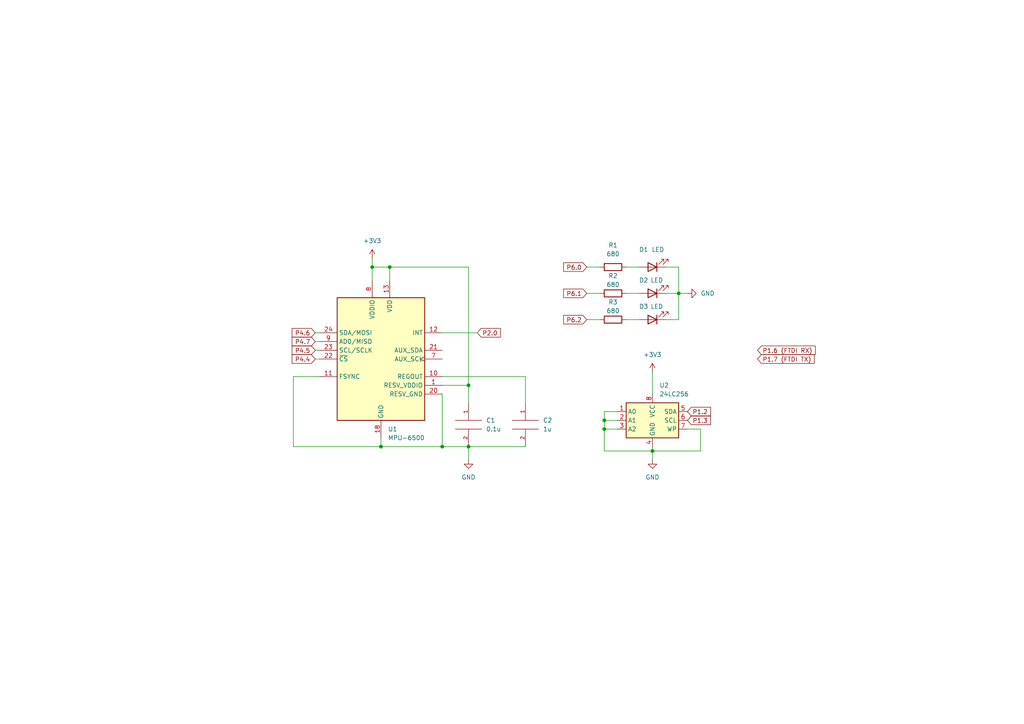
<source format=kicad_sch>
(kicad_sch (version 20211123) (generator eeschema)
  (paper "A4")
  (lib_symbols
    (symbol "Device:LED" (pin_numbers hide) (pin_names (offset 1.016) hide)
      (property "Reference" "D" (at 0 2.54 0))
      (property "Value" "LED" (at 0 -2.54 0))
      (symbol "LED_0_1"
        (polyline (pts (xy -1.27 -1.27) (xy -1.27 1.27)) (stroke (width 0.254)))
        (polyline (pts (xy -1.27 0) (xy 1.27 0)))
        (polyline (pts (xy 1.27 -1.27) (xy 1.27 1.27) (xy -1.27 0) (xy 1.27 -1.27)) (stroke (width 0.254)))
        (polyline (pts (xy -3.048 -0.762) (xy -4.572 -2.286) (xy -3.81 -2.286) (xy -4.572 -2.286) (xy -4.572 -1.524)))
        (polyline (pts (xy -1.778 -0.762) (xy -3.302 -2.286) (xy -2.54 -2.286) (xy -3.302 -2.286) (xy -3.302 -1.524)))
      )
      (symbol "LED_1_1"
        (pin passive line (at -3.81 0 0) (length 2.54) (name "K") (number "1"))
        (pin passive line (at 3.81 0 180) (length 2.54) (name "A") (number "2"))
      )
    )
    (symbol "Device:R" (pin_numbers hide) (pin_names (offset 0))
      (property "Reference" "R" (at 2.032 0 90))
      (property "Value" "R" (at 0 0 90))
      (symbol "R_0_1"
        (rectangle (start -1.016 -2.54) (end 1.016 2.54) (stroke (width 0.254)))
      )
      (symbol "R_1_1"
        (pin passive line (at 0 3.81 270) (length 1.27) (name "~") (number "1"))
        (pin passive line (at 0 -3.81 90) (length 1.27) (name "~") (number "2"))
      )
    )
    (symbol "Memory_EEPROM:24LC256"
      (property "Reference" "U" (at -6.35 6.35 0))
      (property "Value" "24LC256" (at 1.27 6.35 0))
      (symbol "24LC256_1_1"
        (rectangle (start -7.62 5.08) (end 7.62 -5.08) (stroke (width 0.254)) (fill (type background)))
        (pin input line (at -10.16 2.54 0) (length 2.54) (name "A0") (number "1"))
        (pin input line (at -10.16 0 0) (length 2.54) (name "A1") (number "2"))
        (pin input line (at -10.16 -2.54 0) (length 2.54) (name "A2") (number "3"))
        (pin power_in line (at 0 -7.62 90) (length 2.54) (name "GND") (number "4"))
        (pin bidirectional line (at 10.16 2.54 180) (length 2.54) (name "SDA") (number "5"))
        (pin input line (at 10.16 0 180) (length 2.54) (name "SCL") (number "6"))
        (pin input line (at 10.16 -2.54 180) (length 2.54) (name "WP") (number "7"))
        (pin power_in line (at 0 7.62 270) (length 2.54) (name "VCC") (number "8"))
      )
    )
    (symbol "Sensor_Motion:MPU-9250"
      (property "Reference" "U" (at -11.43 19.05 0))
      (property "Value" "MPU-9250" (at 7.62 -19.05 0))
      (symbol "MPU-9250_0_1"
        (rectangle (start -12.7 17.78) (end 12.7 -17.78) (stroke (width 0.254)) (fill (type background)))
      )
      (symbol "MPU-9250_1_1"
        (pin input line (at 17.78 -7.62 180) (length 5.08) (name "RESV_VDDIO") (number "1"))
        (pin passive line (at 17.78 -5.08 180) (length 5.08) (name "REGOUT") (number "10"))
        (pin input line (at -17.78 -5.08 0) (length 5.08) (name "FSYNC") (number "11"))
        (pin output line (at 17.78 7.62 180) (length 5.08) (name "INT") (number "12"))
        (pin power_in line (at 2.54 22.86 270) (length 5.08) (name "VDD") (number "13"))
        (pin power_in line (at 0 -22.86 90) (length 5.08) (name "GND") (number "18"))
        (pin power_in line (at 17.78 -10.16 180) (length 5.08) (name "RESV_GND") (number "20"))
        (pin bidirectional line (at 17.78 2.54 180) (length 5.08) (name "AUX_SDA") (number "21"))
        (pin input line (at -17.78 0 0) (length 5.08) (name "~{CS}") (number "22"))
        (pin input line (at -17.78 2.54 0) (length 5.08) (name "SCL/SCLK") (number "23"))
        (pin bidirectional line (at -17.78 7.62 0) (length 5.08) (name "SDA/MOSI") (number "24"))
        (pin output clock (at 17.78 0 180) (length 5.08) (name "AUX_SCL") (number "7"))
        (pin power_in line (at -2.54 22.86 270) (length 5.08) (name "VDDIO") (number "8"))
        (pin bidirectional line (at -17.78 5.08 0) (length 5.08) (name "AD0/MISO") (number "9"))
      )
    )
    (symbol "power:+3.3V" (power) (pin_names (offset 0))
      (property "Value" "+3.3V" (at 0 3.556 0))
      (symbol "+3.3V_0_1"
        (polyline (pts (xy -0.762 1.27) (xy 0 2.54)))
        (polyline (pts (xy 0 0) (xy 0 2.54)))
        (polyline (pts (xy 0 2.54) (xy 0.762 1.27)))
      )
      (symbol "+3.3V_1_1"
        (pin power_in line (at 0 0 90) (length 0) hide (name "+3V3") (number "1"))
      )
    )
    (symbol "power:GND" (power) (pin_names (offset 0))
      (property "Value" "GND" (at 0 -3.81 0))
      (symbol "GND_0_1"
        (polyline (pts (xy 0 0) (xy 0 -1.27) (xy 1.27 -1.27) (xy 0 -2.54) (xy -1.27 -1.27) (xy 0 -1.27)))
      )
      (symbol "GND_1_1"
        (pin power_in line (at 0 0 270) (length 0) hide (name "GND") (number "1"))
      )
    )
    (symbol "pspice:CAP" (pin_names (offset 0.254))
      (property "Reference" "C" (at 2.54 3.81 90))
      (property "Value" "CAP" (at 2.54 -3.81 90))
      (symbol "CAP_0_1"
        (polyline (pts (xy -3.81 -1.27) (xy 3.81 -1.27)))
        (polyline (pts (xy -3.81 1.27) (xy 3.81 1.27)))
      )
      (symbol "CAP_1_1"
        (pin passive line (at 0 6.35 270) (length 5.08) (name "~") (number "1"))
        (pin passive line (at 0 -6.35 90) (length 5.08) (name "~") (number "2"))
      )
    )
  )
  (junction (at 107.95 77.47))
  (junction (at 196.85 85.09))
  (junction (at 175.26 121.92))
  (junction (at 110.49 129.54))
  (junction (at 189.23 130.81))
  (junction (at 135.89 111.76))
  (junction (at 113.03 77.47))
  (junction (at 128.27 129.54))
  (junction (at 175.26 124.46))
  (junction (at 135.89 129.54))
  (wire (pts (xy 175.26 119.38) (xy 175.26 121.92)))
  (wire (pts (xy 85.09 129.54) (xy 85.09 109.22)))
  (wire (pts (xy 128.27 96.52) (xy 138.43 96.52)))
  (wire (pts (xy 152.4 109.22) (xy 152.4 116.84)))
  (wire (pts (xy 203.2 130.81) (xy 189.23 130.81)))
  (wire (pts (xy 135.89 111.76) (xy 135.89 77.47)))
  (wire (pts (xy 170.18 85.09) (xy 173.99 85.09)))
  (wire (pts (xy 175.26 124.46) (xy 179.07 124.46)))
  (wire (pts (xy 193.04 85.09) (xy 196.85 85.09)))
  (wire (pts (xy 175.26 124.46) (xy 175.26 130.81)))
  (wire (pts (xy 107.95 77.47) (xy 107.95 81.28)))
  (wire (pts (xy 113.03 77.47) (xy 107.95 77.47)))
  (wire (pts (xy 135.89 77.47) (xy 113.03 77.47)))
  (wire (pts (xy 91.44 96.52) (xy 92.71 96.52)))
  (wire (pts (xy 135.89 129.54) (xy 135.89 133.35)))
  (wire (pts (xy 199.39 124.46) (xy 203.2 124.46)))
  (wire (pts (xy 170.18 92.71) (xy 173.99 92.71)))
  (wire (pts (xy 189.23 129.54) (xy 189.23 130.81)))
  (wire (pts (xy 110.49 129.54) (xy 128.27 129.54)))
  (wire (pts (xy 181.61 85.09) (xy 185.42 85.09)))
  (wire (pts (xy 92.71 109.22) (xy 85.09 109.22)))
  (wire (pts (xy 175.26 130.81) (xy 189.23 130.81)))
  (wire (pts (xy 110.49 129.54) (xy 85.09 129.54)))
  (wire (pts (xy 170.18 77.47) (xy 173.99 77.47)))
  (wire (pts (xy 181.61 77.47) (xy 185.42 77.47)))
  (wire (pts (xy 179.07 119.38) (xy 175.26 119.38)))
  (wire (pts (xy 128.27 109.22) (xy 152.4 109.22)))
  (wire (pts (xy 181.61 92.71) (xy 185.42 92.71)))
  (wire (pts (xy 196.85 77.47) (xy 196.85 85.09)))
  (wire (pts (xy 128.27 129.54) (xy 135.89 129.54)))
  (wire (pts (xy 91.44 104.14) (xy 92.71 104.14)))
  (wire (pts (xy 175.26 121.92) (xy 179.07 121.92)))
  (wire (pts (xy 193.04 77.47) (xy 196.85 77.47)))
  (wire (pts (xy 113.03 81.28) (xy 113.03 77.47)))
  (wire (pts (xy 128.27 114.3) (xy 128.27 129.54)))
  (wire (pts (xy 152.4 129.54) (xy 135.89 129.54)))
  (wire (pts (xy 196.85 85.09) (xy 199.39 85.09)))
  (wire (pts (xy 107.95 74.93) (xy 107.95 77.47)))
  (wire (pts (xy 203.2 124.46) (xy 203.2 130.81)))
  (wire (pts (xy 110.49 127) (xy 110.49 129.54)))
  (wire (pts (xy 189.23 107.95) (xy 189.23 114.3)))
  (wire (pts (xy 91.44 101.6) (xy 92.71 101.6)))
  (wire (pts (xy 128.27 111.76) (xy 135.89 111.76)))
  (wire (pts (xy 135.89 111.76) (xy 135.89 116.84)))
  (wire (pts (xy 91.44 99.06) (xy 92.71 99.06)))
  (wire (pts (xy 193.04 92.71) (xy 196.85 92.71)))
  (wire (pts (xy 175.26 121.92) (xy 175.26 124.46)))
  (wire (pts (xy 189.23 130.81) (xy 189.23 133.35)))
  (wire (pts (xy 196.85 92.71) (xy 196.85 85.09)))
  (global_label "P4.7" (shape input) (at 91.44 99.06 180) (property "Intersheet References" "${INTERSHEET_REFS}" (effects hide)))
  (global_label "P1.2" (shape input) (at 199.39 119.38 0) (property "Intersheet References" "${INTERSHEET_REFS}" (effects hide)))
  (global_label "P6.2" (shape input) (at 170.18 92.71 180) (property "Intersheet References" "${INTERSHEET_REFS}" (effects hide)))
  (global_label "P1.6 (FTDI RX)" (shape input) (at 219.71 101.6 0) (property "Intersheet References" "${INTERSHEET_REFS}" (effects hide)))
  (global_label "P4.5" (shape input) (at 91.44 101.6 180) (property "Intersheet References" "${INTERSHEET_REFS}" (effects hide)))
  (global_label "P6.1" (shape input) (at 170.18 85.09 180) (property "Intersheet References" "${INTERSHEET_REFS}" (effects hide)))
  (global_label "P4.4" (shape input) (at 91.44 104.14 180) (property "Intersheet References" "${INTERSHEET_REFS}" (effects hide)))
  (global_label "P1.3" (shape input) (at 199.39 121.92 0) (property "Intersheet References" "${INTERSHEET_REFS}" (effects hide)))
  (global_label "P1.7 (FTDI TX)" (shape input) (at 219.71 104.14 0) (property "Intersheet References" "${INTERSHEET_REFS}" (effects hide)))
  (global_label "P4.6" (shape input) (at 91.44 96.52 180) (property "Intersheet References" "${INTERSHEET_REFS}" (effects hide)))
  (global_label "P2.0" (shape input) (at 138.43 96.52 0) (property "Intersheet References" "${INTERSHEET_REFS}" (effects hide)))
  (global_label "P6.0" (shape input) (at 170.18 77.47 180) (property "Intersheet References" "${INTERSHEET_REFS}" (effects hide)))
  (symbol (lib_id "pspice:CAP") (at 152.4 123.19 0) (unit 1)
    (property "Reference" "C2" (at 157.48 121.9199 0) (effects (justify left)))
    (property "Value" "1u" (at 157.48 124.4599 0) (effects (justify left)))
  )
  (symbol (lib_id "power:+3.3V") (at 189.23 107.95 0) (unit 1)
    (property "Reference" "#PWR?" (effects hide))
    (property "Value" "+3.3V" (at 189.23 102.87 0))
  )
  (symbol (lib_id "power:+3.3V") (at 107.95 74.93 0) (unit 1)
    (property "Reference" "#PWR?" (effects hide))
    (property "Value" "+3.3V" (at 107.95 69.85 0))
  )
  (symbol (lib_id "power:GND") (at 189.23 133.35 0) (unit 1)
    (property "Reference" "#PWR?" (effects hide))
    (property "Value" "GND" (at 189.23 138.43 0))
  )
  (symbol (lib_id "power:GND") (at 135.89 133.35 0) (unit 1)
    (property "Reference" "#PWR?" (effects hide))
    (property "Value" "GND" (at 135.89 138.43 0))
  )
  (symbol (lib_id "Device:LED") (at 189.23 85.09 180) (unit 1)
    (property "Reference" "D2" (at 186.69 81.28 0))
    (property "Value" "LED" (at 190.5 81.28 0))
  )
  (symbol (lib_id "Device:LED") (at 189.23 77.47 180) (unit 1)
    (property "Reference" "D1" (at 186.69 72.39 0))
    (property "Value" "LED" (at 190.8175 72.39 0))
  )
  (symbol (lib_id "power:GND") (at 199.39 85.09 90) (unit 1)
    (property "Reference" "#PWR?" (effects hide))
    (property "Value" "GND" (at 203.2 85.0899 90) (effects (justify right)))
  )
  (symbol (lib_id "pspice:CAP") (at 135.89 123.19 0) (unit 1)
    (property "Reference" "C1" (at 140.97 121.9199 0) (effects (justify left)))
    (property "Value" "0.1u" (at 140.97 124.4599 0) (effects (justify left)))
  )
  (symbol (lib_id "Device:R") (at 177.8 92.71 90) (unit 1)
    (property "Reference" "R3" (at 177.8 87.63 90))
    (property "Value" "680" (at 177.8 90.17 90))
  )
  (symbol (lib_id "Memory_EEPROM:24LC256") (at 189.23 121.92 0) (unit 1)
    (property "Reference" "U2" (at 191.2494 111.76 0) (effects (justify left)))
    (property "Value" "24LC256" (at 191.2494 114.3 0) (effects (justify left)))
    (property "Datasheet" "http://ww1.microchip.com/downloads/en/devicedoc/21203m.pdf" (effects hide))
  )
  (symbol (lib_id "Device:LED") (at 189.23 92.71 180) (unit 1)
    (property "Reference" "D3" (at 186.69 88.9 0))
    (property "Value" "LED" (at 190.5 88.9 0))
  )
  (symbol (lib_id "Device:R") (at 177.8 85.09 90) (unit 1)
    (property "Reference" "R2" (at 177.8 80.01 90))
    (property "Value" "680" (at 177.8 82.55 90))
  )
  (symbol (lib_id "Device:R") (at 177.8 77.47 90) (unit 1)
    (property "Reference" "R1" (at 177.8 71.12 90))
    (property "Value" "680" (at 177.8 73.66 90))
  )
  (symbol (lib_id "Sensor_Motion:MPU-9250") (at 110.49 104.14 0) (unit 1)
    (property "Reference" "U1" (at 112.5094 124.46 0) (effects (justify left)))
    (property "Value" "MPU-6500" (at 112.5094 127 0) (effects (justify left)))
    (property "Footprint" "Sensor_Motion:InvenSense_QFN-24_3x3mm_P0.4mm" (effects hide))
    (property "Datasheet" "https://store.invensense.com/datasheets/invensense/MPU9250REV1.0.pdf" (effects hide))
  )
)
</source>
